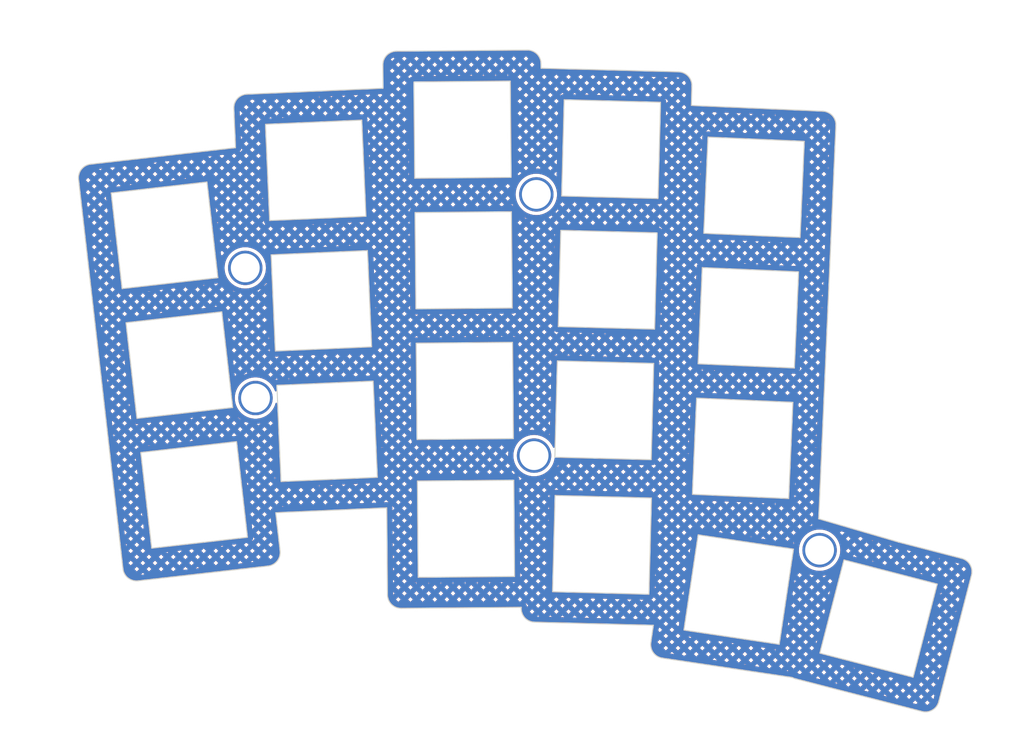
<source format=kicad_pcb>
(kicad_pcb (version 20221018) (generator pcbnew)
  (title_block (title "plate") (rev "v1.0.0") (company "Unknown"))
  (layers (0 "F.Cu" signal) (31 "B.Cu" signal) (34 "B.Paste" user) (35 "F.Paste" user) (36 "B.SilkS" user "B.Silkscreen") (37 "F.SilkS" user "F.Silkscreen") (38 "B.Mask" user) (39 "F.Mask" user) (44 "Edge.Cuts" user))
  (net 0 "")
  (footprint "mounting_hole" (layer "F.Cu") (at 188.776286 151.112864 4.5)
    (fp_text reference "H2" hide)
    (fp_text value "" (at 0 0 4.5) (layer "F.SilkS") (effects (font (size 1.27 1.27))))
    (pad "" thru_hole circle (at 0 0 180) (size 5 5) (drill 4.2) (layers "*.Cu" "*.Mask"))
  )
  (footprint "mounting_hole" (layer "F.Cu") (at 270.771266 173.243668 -11.5)
    (fp_text reference "H5" hide)
    (fp_text value "" (at 0 0 -11.5) (layer "F.SilkS") (effects (font (size 1.27 1.27))))
    (pad "" thru_hole circle (at 0 0 180) (size 5 5) (drill 4.2) (layers "*.Cu" "*.Mask"))
  )
  (footprint "mounting_hole" (layer "F.Cu") (at 187.286472 132.182973 4.5)
    (fp_text reference "H1" hide)
    (fp_text value "" (at 0 0 4.5) (layer "F.SilkS") (effects (font (size 1.27 1.27))))
    (pad "" thru_hole circle (at 0 0 180) (size 5 5) (drill 4.2) (layers "*.Cu" "*.Mask"))
  )
  (footprint "mounting_hole" (layer "F.Cu") (at 229.596977 121.494108 -0.5)
    (fp_text reference "H3" hide)
    (fp_text value "" (at 0 0 -0.5) (layer "F.SilkS") (effects (font (size 1.27 1.27))))
    (pad "" thru_hole circle (at 0 0 180) (size 5 5) (drill 4.2) (layers "*.Cu" "*.Mask"))
  )
  (footprint "mounting_hole" (layer "F.Cu") (at 229.265419 159.486874 -0.5)
    (fp_text reference "H4" hide)
    (fp_text value "" (at 0 0 -0.5) (layer "F.SilkS") (effects (font (size 1.27 1.27))))
    (pad "" thru_hole circle (at 0 0 180) (size 5 5) (drill 4.2) (layers "*.Cu" "*.Mask"))
  )
  (gr_line (start 247.282022 122.092626) (end 247.6485 108.097424) (stroke (width 0.15)) (layer "Edge.Cuts"))
  (gr_line (start 191.057456 130.284207) (end 191.668127 144.270882) (stroke (width 0.15)) (layer "Edge.Cuts"))
  (gr_line (start 232.789458 140.719638) (end 246.78466 141.086116) (stroke (width 0.15)) (layer "Edge.Cuts"))
  (gr_line (start 267.93065 127.761975) (end 268.541322 113.7753) (stroke (width 0.15)) (layer "Edge.Cuts"))
  (gr_line (start 187.53478 106.915622) (end 207.312902 106.052091) (stroke (width 0.15)) (layer "Edge.Cuts"))
  (gr_line (start 253.124003 171.015744) (end 251.054671 184.861967) (stroke (width 0.15)) (layer "Edge.Cuts"))
  (gr_line (start 254.554646 113.164629) (end 253.943975 127.151304) (stroke (width 0.15)) (layer "Edge.Cuts"))
  (gr_line (start 205.044131 129.673536) (end 191.057456 130.284207) (stroke (width 0.15)) (layer "Edge.Cuts"))
  (gr_line (start 267.263425 191.947699) (end 285.65823 196.704919) (stroke (width 0.15)) (layer "Edge.Cuts"))
  (gr_line (start 205.654802 143.660211) (end 205.044131 129.673536) (stroke (width 0.15)) (layer "Edge.Cuts"))
  (gr_arc (start 228.265202 100.494574) (mid 229.684474 101.067997) (end 230.282579 102.477045) (stroke (width 0.15)) (layer "Edge.Cuts"))
  (gr_line (start 226.136175 143.014772) (end 212.136708 143.136944) (stroke (width 0.15)) (layer "Edge.Cuts"))
  (gr_line (start 190.839359 125.288966) (end 204.826034 124.678294) (stroke (width 0.15)) (layer "Edge.Cuts"))
  (gr_line (start 185.623922 109.000958) (end 185.872569 114.69591) (stroke (width 0.15)) (layer "Edge.Cuts"))
  (gr_line (start 246.608221 184.169251) (end 246.234576 186.669364) (stroke (width 0.15)) (layer "Edge.Cuts"))
  (gr_line (start 271.902934 139.946841) (end 271.881125 140.446365) (stroke (width 0.15)) (layer "Edge.Cuts"))
  (gr_line (start 252.286438 165.115136) (end 266.273113 165.725808) (stroke (width 0.15)) (layer "Edge.Cuts"))
  (gr_line (start 191.668127 144.270882) (end 205.654802 143.660211) (stroke (width 0.15)) (layer "Edge.Cuts"))
  (gr_line (start 232.292096 159.713127) (end 246.287298 160.079605) (stroke (width 0.15)) (layer "Edge.Cuts"))
  (gr_line (start 226.092542 138.014963) (end 225.970371 124.015496) (stroke (width 0.15)) (layer "Edge.Cuts"))
  (gr_line (start 212.093075 138.137134) (end 226.092542 138.014963) (stroke (width 0.15)) (layer "Edge.Cuts"))
  (gr_line (start 169.959203 140.161047) (end 171.544048 154.071053) (stroke (width 0.15)) (layer "Edge.Cuts"))
  (gr_line (start 230.288375 103.14129) (end 250.265439 103.664408) (stroke (width 0.15)) (layer "Edge.Cuts"))
  (gr_line (start 207.845545 167.086949) (end 207.955834 179.724821) (stroke (width 0.15)) (layer "Edge.Cuts"))
  (gr_line (start 253.943975 127.151304) (end 267.93065 127.761975) (stroke (width 0.15)) (layer "Edge.Cuts"))
  (gr_line (start 246.324246 165.655473) (end 232.329043 165.288996) (stroke (width 0.15)) (layer "Edge.Cuts"))
  (gr_line (start 171.544048 154.071053) (end 185.454054 152.486208) (stroke (width 0.15)) (layer "Edge.Cuts"))
  (gr_line (start 271.924744 139.447317) (end 271.902934 139.946841) (stroke (width 0.15)) (layer "Edge.Cuts"))
  (gr_line (start 225.926738 119.015686) (end 225.804566 105.016219) (stroke (width 0.15)) (layer "Edge.Cuts"))
  (gr_arc (start 185.623921 109.000957) (mid 186.147463 107.562538) (end 187.53478 106.915622) (stroke (width 0.15)) (layer "Edge.Cuts"))
  (gr_line (start 186.02007 157.454068) (end 172.110064 159.038913) (stroke (width 0.15)) (layer "Edge.Cuts"))
  (gr_line (start 164.814998 117.095117) (end 185.872569 114.69591) (stroke (width 0.15)) (layer "Edge.Cuts"))
  (gr_line (start 192.496896 163.252798) (end 206.483571 162.642127) (stroke (width 0.15)) (layer "Edge.Cuts"))
  (gr_line (start 211.927271 119.137858) (end 225.926738 119.015686) (stroke (width 0.15)) (layer "Edge.Cuts"))
  (gr_line (start 190.228687 111.302291) (end 190.839359 125.288966) (stroke (width 0.15)) (layer "Edge.Cuts"))
  (gr_line (start 163.054261 119.308667) (end 166.223951 147.128679) (stroke (width 0.15)) (layer "Edge.Cuts"))
  (gr_line (start 169.393187 135.193188) (end 183.303193 133.608343) (stroke (width 0.15)) (layer "Edge.Cuts"))
  (gr_line (start 252.138064 108.554832) (end 252.2124 105.716077) (stroke (width 0.15)) (layer "Edge.Cuts"))
  (gr_line (start 192.358997 173.338589) (end 191.726895 167.790704) (stroke (width 0.15)) (layer "Edge.Cuts"))
  (gr_line (start 233.653297 107.730947) (end 233.28682 121.726149) (stroke (width 0.15)) (layer "Edge.Cuts"))
  (gr_line (start 246.287298 160.079605) (end 246.653775 146.084402) (stroke (width 0.15)) (layer "Edge.Cuts"))
  (gr_line (start 246.653775 146.084402) (end 232.658573 145.717925) (stroke (width 0.15)) (layer "Edge.Cuts"))
  (gr_line (start 173.694909 172.948919) (end 187.604915 171.364074) (stroke (width 0.15)) (layer "Edge.Cuts"))
  (gr_line (start 204.826034 124.678294) (end 204.215363 110.691619) (stroke (width 0.15)) (layer "Edge.Cuts"))
  (gr_line (start 204.215363 110.691619) (end 190.228687 111.302291) (stroke (width 0.15)) (layer "Edge.Cuts"))
  (gr_line (start 267.101882 146.743892) (end 267.712553 132.757217) (stroke (width 0.15)) (layer "Edge.Cuts"))
  (gr_line (start 282.249568 172.066672) (end 270.632151 168.674918) (stroke (width 0.15)) (layer "Edge.Cuts"))
  (gr_arc (start 163.054261 119.308668) (mid 163.476188 117.837232) (end 164.814998 117.095117) (stroke (width 0.15)) (layer "Edge.Cuts"))
  (gr_line (start 267.712553 132.757217) (end 253.725878 132.146545) (stroke (width 0.15)) (layer "Edge.Cuts"))
  (gr_arc (start 192.358997 173.338589) (mid 191.937069 174.810025) (end 190.598259 175.552139) (stroke (width 0.15)) (layer "Edge.Cuts"))
  (gr_line (start 225.970371 124.015496) (end 211.970904 124.137667) (stroke (width 0.15)) (layer "Edge.Cuts"))
  (gr_line (start 266.970225 173.085076) (end 253.124003 171.015744) (stroke (width 0.15)) (layer "Edge.Cuts"))
  (gr_line (start 191.886224 149.266123) (end 192.496896 163.252798) (stroke (width 0.15)) (layer "Edge.Cuts"))
  (gr_line (start 212.136708 143.136944) (end 212.258879 157.136411) (stroke (width 0.15)) (layer "Edge.Cuts"))
  (gr_line (start 185.454054 152.486208) (end 183.869209 138.576202) (stroke (width 0.15)) (layer "Edge.Cuts"))
  (gr_line (start 272.731703 120.964925) (end 272.317319 130.455883) (stroke (width 0.15)) (layer "Edge.Cuts"))
  (gr_line (start 246.78466 141.086116) (end 247.151137 127.090913) (stroke (width 0.15)) (layer "Edge.Cuts"))
  (gr_line (start 231.962566 179.284198) (end 245.957769 179.650675) (stroke (width 0.15)) (layer "Edge.Cuts"))
  (gr_line (start 206.483571 162.642127) (end 205.872899 148.655452) (stroke (width 0.15)) (layer "Edge.Cuts"))
  (gr_line (start 227.401555 181.555197) (end 227.398666 181.665545) (stroke (width 0.15)) (layer "Edge.Cuts"))
  (gr_line (start 211.970904 124.137667) (end 212.093075 138.137134) (stroke (width 0.15)) (layer "Edge.Cuts"))
  (gr_line (start 266.883785 151.739133) (end 252.89711 151.128461) (stroke (width 0.15)) (layer "Edge.Cuts"))
  (gr_line (start 226.258346 157.014239) (end 226.136175 143.014772) (stroke (width 0.15)) (layer "Edge.Cuts"))
  (gr_line (start 229.345627 183.717214) (end 246.608221 184.169251) (stroke (width 0.15)) (layer "Edge.Cuts"))
  (gr_line (start 212.311675 163.18618) (end 212.433846 177.185647) (stroke (width 0.15)) (layer "Edge.Cuts"))
  (gr_line (start 245.957769 179.650675) (end 246.324246 165.655473) (stroke (width 0.15)) (layer "Edge.Cuts"))
  (gr_line (start 187.604915 171.364074) (end 186.02007 157.454068) (stroke (width 0.15)) (layer "Edge.Cuts"))
  (gr_line (start 291.41697 174.437523) (end 282.249568 172.066672) (stroke (width 0.15)) (layer "Edge.Cuts"))
  (gr_line (start 232.658573 145.717925) (end 232.292096 159.713127) (stroke (width 0.15)) (layer "Edge.Cuts"))
  (gr_line (start 172.110064 159.038913) (end 173.694909 172.948919) (stroke (width 0.15)) (layer "Edge.Cuts"))
  (gr_line (start 271.074166 158.928758) (end 271.881125 140.446365) (stroke (width 0.15)) (layer "Edge.Cuts"))
  (gr_line (start 264.900893 186.931298) (end 266.970225 173.085076) (stroke (width 0.15)) (layer "Edge.Cuts"))
  (gr_line (start 191.726895 167.790704) (end 207.845545 167.086949) (stroke (width 0.15)) (layer "Edge.Cuts"))
  (gr_line (start 271.052357 159.428281) (end 271.074166 158.928757) (stroke (width 0.15)) (layer "Edge.Cuts"))
  (gr_line (start 270.810504 188.216984) (end 284.364571 191.722304) (stroke (width 0.15)) (layer "Edge.Cuts"))
  (gr_line (start 252.89711 151.128461) (end 252.286438 165.115136) (stroke (width 0.15)) (layer "Edge.Cuts"))
  (gr_line (start 253.725878 132.146545) (end 253.115207 146.13322) (stroke (width 0.15)) (layer "Edge.Cuts"))
  (gr_arc (start 270.659782 168.419716) (mid 270.650065 168.547761) (end 270.632151 168.674918) (stroke (width 0.15)) (layer "Edge.Cuts"))
  (gr_line (start 207.283454 102.677755) (end 207.312902 106.052091) (stroke (width 0.15)) (layer "Edge.Cuts"))
  (gr_line (start 205.872899 148.655452) (end 191.886224 149.266123) (stroke (width 0.15)) (layer "Edge.Cuts"))
  (gr_arc (start 247.916989 188.943015) (mid 246.604894 188.154629) (end 246.234576 186.669364) (stroke (width 0.15)) (layer "Edge.Cuts"))
  (gr_line (start 181.718348 119.698337) (end 167.808342 121.283182) (stroke (width 0.15)) (layer "Edge.Cuts"))
  (gr_arc (start 288.095285 195.269384) (mid 287.174067 196.491882) (end 285.65823 196.704919) (stroke (width 0.15)) (layer "Edge.Cuts"))
  (gr_line (start 287.869891 178.168237) (end 274.315824 174.662917) (stroke (width 0.15)) (layer "Edge.Cuts"))
  (gr_line (start 247.151137 127.090913) (end 233.155935 126.724436) (stroke (width 0.15)) (layer "Edge.Cuts"))
  (gr_line (start 228.265202 100.494574) (end 209.265925 100.660378) (stroke (width 0.15)) (layer "Edge.Cuts"))
  (gr_line (start 274.315824 174.662917) (end 270.810504 188.216984) (stroke (width 0.15)) (layer "Edge.Cuts"))
  (gr_arc (start 267.263425 191.947699) (mid 267.02512 191.869839) (end 266.798427 191.762778) (stroke (width 0.15)) (layer "Edge.Cuts"))
  (gr_line (start 166.337154 148.12225) (end 166.280552 147.625464) (stroke (width 0.15)) (layer "Edge.Cuts"))
  (gr_line (start 233.155935 126.724436) (end 232.789458 140.719638) (stroke (width 0.15)) (layer "Edge.Cuts"))
  (gr_line (start 288.095285 195.269384) (end 292.852505 176.874578) (stroke (width 0.15)) (layer "Edge.Cuts"))
  (gr_line (start 268.541322 113.7753) (end 254.554646 113.164629) (stroke (width 0.15)) (layer "Edge.Cuts"))
  (gr_arc (start 207.283454 102.677755) (mid 207.856877 101.258483) (end 209.265925 100.660378) (stroke (width 0.15)) (layer "Edge.Cuts"))
  (gr_arc (start 209.973211 181.707292) (mid 208.553939 181.133869) (end 207.955834 179.724821) (stroke (width 0.15)) (layer "Edge.Cuts"))
  (gr_line (start 212.258879 157.136411) (end 226.258346 157.014239) (stroke (width 0.15)) (layer "Edge.Cuts"))
  (gr_line (start 271.924744 139.447317) (end 272.317319 130.455883) (stroke (width 0.15)) (layer "Edge.Cuts"))
  (gr_line (start 230.288375 103.14129) (end 230.282579 102.477045) (stroke (width 0.15)) (layer "Edge.Cuts"))
  (gr_line (start 252.138064 108.554832) (end 271.235229 109.388632) (stroke (width 0.15)) (layer "Edge.Cuts"))
  (gr_line (start 284.364571 191.722304) (end 287.869891 178.168237) (stroke (width 0.15)) (layer "Edge.Cuts"))
  (gr_arc (start 291.41697 174.437523) (mid 292.639468 175.358741) (end 292.852505 176.874578) (stroke (width 0.15)) (layer "Edge.Cuts"))
  (gr_line (start 183.869209 138.576202) (end 169.959203 140.161047) (stroke (width 0.15)) (layer "Edge.Cuts"))
  (gr_arc (start 250.265439 103.664408) (mid 251.663834 104.287014) (end 252.2124 105.716077) (stroke (width 0.15)) (layer "Edge.Cuts"))
  (gr_line (start 212.433846 177.185647) (end 226.433313 177.063476) (stroke (width 0.15)) (layer "Edge.Cuts"))
  (gr_arc (start 266.798427 191.762777) (mid 266.753294 191.757597) (end 266.708291 191.751393) (stroke (width 0.15)) (layer "Edge.Cuts"))
  (gr_line (start 266.273113 165.725808) (end 266.883785 151.739133) (stroke (width 0.15)) (layer "Edge.Cuts"))
  (gr_line (start 247.916989 188.943014) (end 266.708291 191.751393) (stroke (width 0.15)) (layer "Edge.Cuts"))
  (gr_line (start 211.805099 105.138391) (end 211.927271 119.137858) (stroke (width 0.15)) (layer "Edge.Cuts"))
  (gr_line (start 232.329043 165.288996) (end 231.962566 179.284198) (stroke (width 0.15)) (layer "Edge.Cuts"))
  (gr_arc (start 271.23523 109.388632) (mid 272.622546 110.035548) (end 273.146087 111.473967) (stroke (width 0.15)) (layer "Edge.Cuts"))
  (gr_line (start 247.6485 108.097424) (end 233.653297 107.730947) (stroke (width 0.15)) (layer "Edge.Cuts"))
  (gr_line (start 166.280553 147.625465) (end 166.223951 147.128679) (stroke (width 0.15)) (layer "Edge.Cuts"))
  (gr_line (start 225.804566 105.016219) (end 211.805099 105.138391) (stroke (width 0.15)) (layer "Edge.Cuts"))
  (gr_arc (start 229.345627 183.717214) (mid 227.947232 183.094608) (end 227.398666 181.665545) (stroke (width 0.15)) (layer "Edge.Cuts"))
  (gr_line (start 233.28682 121.726149) (end 247.282022 122.092626) (stroke (width 0.15)) (layer "Edge.Cuts"))
  (gr_line (start 226.311142 163.064009) (end 212.311675 163.18618) (stroke (width 0.15)) (layer "Edge.Cuts"))
  (gr_line (start 183.303193 133.608343) (end 181.718348 119.698337) (stroke (width 0.15)) (layer "Edge.Cuts"))
  (gr_line (start 171.720394 177.703) (end 190.598259 175.552139) (stroke (width 0.15)) (layer "Edge.Cuts"))
  (gr_line (start 226.433313 177.063476) (end 226.311142 163.064009) (stroke (width 0.15)) (layer "Edge.Cuts"))
  (gr_line (start 253.115207 146.13322) (end 267.101882 146.743892) (stroke (width 0.15)) (layer "Edge.Cuts"))
  (gr_line (start 251.054671 184.861967) (end 264.900893 186.931298) (stroke (width 0.15)) (layer "Edge.Cuts"))
  (gr_arc (start 171.720395 177.703) (mid 170.248959 177.281073) (end 169.506844 175.942263) (stroke (width 0.15)) (layer "Edge.Cuts"))
  (gr_line (start 272.753513 120.465401) (end 273.146087 111.473967) (stroke (width 0.15)) (layer "Edge.Cuts"))
  (gr_line (start 209.973211 181.707292) (end 227.401555 181.555197) (stroke (width 0.15)) (layer "Edge.Cuts"))
  (gr_line (start 167.808342 121.283182) (end 169.393187 135.193188) (stroke (width 0.15)) (layer "Edge.Cuts"))
  (gr_line (start 166.337154 148.122251) (end 169.506844 175.942263) (stroke (width 0.15)) (layer "Edge.Cuts"))
  (gr_line (start 270.659782 168.419716) (end 271.052356 159.428282) (stroke (width 0.15)) (layer "Edge.Cuts"))
  (gr_line (start 272.753513 120.465401) (end 272.731703 120.964926) (stroke (width 0.15)) (layer "Edge.Cuts"))
  (zone (net 0) (net_name "") (layers "F&B.Cu") (connect_pads (clearance 0.508)) (min_thickness 0.25) (fill yes (mode hatch) (thermal_gap 0.5) (thermal_bridge_width 0.5) (island_removal_mode 1) (island_area_min 10) (hatch_thickness 0.75) (hatch_gap 0.5) (hatch_orientation 45) (hatch_border_algorithm hatch_thickness) (hatch_min_hole_area 0.3))
    (polygon (pts (xy 151.638 100.33) (xy 162.56 189.23) (xy 291.592 200.152) (xy 300.482 170.18) (xy 272.542 163.83) (xy 277.622 102.108) (xy 231.14 93.218)))
  )
)
</source>
